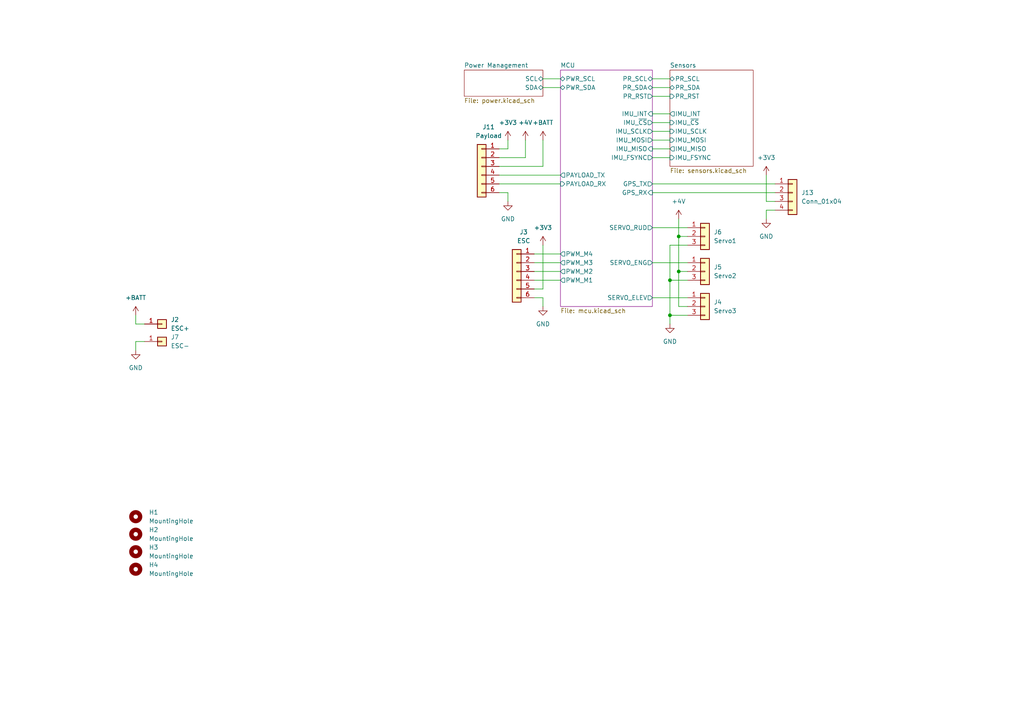
<source format=kicad_sch>
(kicad_sch (version 20210621) (generator eeschema)
  (paper "A4")
  (lib_symbols
    (symbol "Connector_Generic:Conn_01x01" (pin_names (offset 1.016) hide)
      (property "Reference" "J" (at 0 2.54 0))
      (property "Value" "Conn_01x01" (at 0 -2.54 0))
      (symbol "Conn_01x01_1_1"
        (rectangle (start -1.27 0.127) (end 0 -0.127) (stroke (width 0.1524)))
        (rectangle (start -1.27 1.27) (end 1.27 -1.27) (stroke (width 0.254)) (fill (type background)))
        (pin passive line (at -5.08 0 0) (length 3.81) (name "Pin_1") (number "1"))
      )
    )
    (symbol "Connector_Generic:Conn_01x03" (pin_names (offset 1.016) hide)
      (property "Reference" "J" (at 0 5.08 0))
      (property "Value" "Conn_01x03" (at 0 -5.08 0))
      (symbol "Conn_01x03_1_1"
        (rectangle (start -1.27 -2.413) (end 0 -2.667) (stroke (width 0.1524)))
        (rectangle (start -1.27 0.127) (end 0 -0.127) (stroke (width 0.1524)))
        (rectangle (start -1.27 2.667) (end 0 2.413) (stroke (width 0.1524)))
        (rectangle (start -1.27 3.81) (end 1.27 -3.81) (stroke (width 0.254)) (fill (type background)))
        (pin passive line (at -5.08 2.54 0) (length 3.81) (name "Pin_1") (number "1"))
        (pin passive line (at -5.08 0 0) (length 3.81) (name "Pin_2") (number "2"))
        (pin passive line (at -5.08 -2.54 0) (length 3.81) (name "Pin_3") (number "3"))
      )
    )
    (symbol "Connector_Generic:Conn_01x04" (pin_names (offset 1.016) hide)
      (property "Reference" "J" (at 0 5.08 0))
      (property "Value" "Conn_01x04" (at 0 -7.62 0))
      (symbol "Conn_01x04_1_1"
        (rectangle (start -1.27 -4.953) (end 0 -5.207) (stroke (width 0.1524)))
        (rectangle (start -1.27 -2.413) (end 0 -2.667) (stroke (width 0.1524)))
        (rectangle (start -1.27 0.127) (end 0 -0.127) (stroke (width 0.1524)))
        (rectangle (start -1.27 2.667) (end 0 2.413) (stroke (width 0.1524)))
        (rectangle (start -1.27 3.81) (end 1.27 -6.35) (stroke (width 0.254)) (fill (type background)))
        (pin passive line (at -5.08 2.54 0) (length 3.81) (name "Pin_1") (number "1"))
        (pin passive line (at -5.08 0 0) (length 3.81) (name "Pin_2") (number "2"))
        (pin passive line (at -5.08 -2.54 0) (length 3.81) (name "Pin_3") (number "3"))
        (pin passive line (at -5.08 -5.08 0) (length 3.81) (name "Pin_4") (number "4"))
      )
    )
    (symbol "Connector_Generic:Conn_01x06" (pin_names (offset 1.016) hide)
      (property "Reference" "J" (at 0 7.62 0))
      (property "Value" "Conn_01x06" (at 0 -10.16 0))
      (symbol "Conn_01x06_1_1"
        (rectangle (start -1.27 -7.493) (end 0 -7.747) (stroke (width 0.1524)))
        (rectangle (start -1.27 -4.953) (end 0 -5.207) (stroke (width 0.1524)))
        (rectangle (start -1.27 -2.413) (end 0 -2.667) (stroke (width 0.1524)))
        (rectangle (start -1.27 0.127) (end 0 -0.127) (stroke (width 0.1524)))
        (rectangle (start -1.27 2.667) (end 0 2.413) (stroke (width 0.1524)))
        (rectangle (start -1.27 5.207) (end 0 4.953) (stroke (width 0.1524)))
        (rectangle (start -1.27 6.35) (end 1.27 -8.89) (stroke (width 0.254)) (fill (type background)))
        (pin passive line (at -5.08 5.08 0) (length 3.81) (name "Pin_1") (number "1"))
        (pin passive line (at -5.08 2.54 0) (length 3.81) (name "Pin_2") (number "2"))
        (pin passive line (at -5.08 0 0) (length 3.81) (name "Pin_3") (number "3"))
        (pin passive line (at -5.08 -2.54 0) (length 3.81) (name "Pin_4") (number "4"))
        (pin passive line (at -5.08 -5.08 0) (length 3.81) (name "Pin_5") (number "5"))
        (pin passive line (at -5.08 -7.62 0) (length 3.81) (name "Pin_6") (number "6"))
      )
    )
    (symbol "Mechanical:MountingHole" (pin_names (offset 1.016))
      (property "Reference" "H" (at 0 5.08 0))
      (property "Value" "MountingHole" (at 0 3.175 0))
      (symbol "MountingHole_0_1"
        (circle (center 0 0) (radius 1.27) (stroke (width 1.27)))
      )
    )
    (symbol "power:+3.3V" (power) (pin_names (offset 0))
      (property "Value" "+3.3V" (at 0 3.556 0))
      (symbol "+3.3V_0_1"
        (polyline (pts (xy -0.762 1.27) (xy 0 2.54)))
        (polyline (pts (xy 0 0) (xy 0 2.54)))
        (polyline (pts (xy 0 2.54) (xy 0.762 1.27)))
      )
      (symbol "+3.3V_1_1"
        (pin power_in line (at 0 0 90) (length 0) hide (name "+3V3") (number "1"))
      )
    )
    (symbol "power:+4V" (power) (pin_names (offset 0))
      (property "Value" "+4V" (at 0 3.556 0))
      (symbol "+4V_0_1"
        (polyline (pts (xy -0.762 1.27) (xy 0 2.54)))
        (polyline (pts (xy 0 0) (xy 0 2.54)))
        (polyline (pts (xy 0 2.54) (xy 0.762 1.27)))
      )
      (symbol "+4V_1_1"
        (pin power_in line (at 0 0 90) (length 0) hide (name "+4V") (number "1"))
      )
    )
    (symbol "power:+BATT" (power) (pin_names (offset 0))
      (property "Value" "+BATT" (at 0 3.556 0))
      (symbol "+BATT_0_1"
        (polyline (pts (xy -0.762 1.27) (xy 0 2.54)))
        (polyline (pts (xy 0 0) (xy 0 2.54)))
        (polyline (pts (xy 0 2.54) (xy 0.762 1.27)))
      )
      (symbol "+BATT_1_1"
        (pin power_in line (at 0 0 90) (length 0) hide (name "+BATT") (number "1"))
      )
    )
    (symbol "power:GND" (power) (pin_names (offset 0))
      (property "Value" "GND" (at 0 -3.81 0))
      (symbol "GND_0_1"
        (polyline (pts (xy 0 0) (xy 0 -1.27) (xy 1.27 -1.27) (xy 0 -2.54) (xy -1.27 -1.27) (xy 0 -1.27)))
      )
      (symbol "GND_1_1"
        (pin power_in line (at 0 0 270) (length 0) hide (name "GND") (number "1"))
      )
    )
  )
  (junction (at 194.31 81.28) (diameter 0.9144))
  (junction (at 194.31 91.44) (diameter 0.9144))
  (junction (at 196.85 68.58) (diameter 0.9144))
  (junction (at 196.85 78.74) (diameter 0.9144))
  (wire (pts (xy 39.37 93.98) (xy 39.37 91.44)))
  (wire (pts (xy 39.37 99.06) (xy 39.37 101.6)))
  (wire (pts (xy 41.91 93.98) (xy 39.37 93.98)))
  (wire (pts (xy 41.91 99.06) (xy 39.37 99.06)))
  (wire (pts (xy 144.78 43.18) (xy 147.32 43.18)))
  (wire (pts (xy 144.78 45.72) (xy 152.4 45.72)))
  (wire (pts (xy 144.78 48.26) (xy 157.48 48.26)))
  (wire (pts (xy 144.78 50.8) (xy 162.56 50.8)))
  (wire (pts (xy 144.78 53.34) (xy 162.56 53.34)))
  (wire (pts (xy 144.78 55.88) (xy 147.32 55.88)))
  (wire (pts (xy 147.32 40.64) (xy 147.32 43.18)))
  (wire (pts (xy 147.32 55.88) (xy 147.32 58.42)))
  (wire (pts (xy 152.4 45.72) (xy 152.4 40.64)))
  (wire (pts (xy 154.94 73.66) (xy 162.56 73.66)))
  (wire (pts (xy 154.94 76.2) (xy 162.56 76.2)))
  (wire (pts (xy 154.94 78.74) (xy 162.56 78.74)))
  (wire (pts (xy 154.94 81.28) (xy 162.56 81.28)))
  (wire (pts (xy 157.48 22.86) (xy 162.56 22.86)))
  (wire (pts (xy 157.48 25.4) (xy 162.56 25.4)))
  (wire (pts (xy 157.48 48.26) (xy 157.48 40.64)))
  (wire (pts (xy 157.48 71.12) (xy 157.48 83.82)))
  (wire (pts (xy 157.48 83.82) (xy 154.94 83.82)))
  (wire (pts (xy 157.48 86.36) (xy 154.94 86.36)))
  (wire (pts (xy 157.48 88.9) (xy 157.48 86.36)))
  (wire (pts (xy 189.23 22.86) (xy 194.31 22.86)))
  (wire (pts (xy 189.23 25.4) (xy 194.31 25.4)))
  (wire (pts (xy 189.23 27.94) (xy 194.31 27.94)))
  (wire (pts (xy 189.23 33.02) (xy 194.31 33.02)))
  (wire (pts (xy 189.23 35.56) (xy 194.31 35.56)))
  (wire (pts (xy 189.23 38.1) (xy 194.31 38.1)))
  (wire (pts (xy 189.23 40.64) (xy 194.31 40.64)))
  (wire (pts (xy 189.23 43.18) (xy 194.31 43.18)))
  (wire (pts (xy 189.23 45.72) (xy 194.31 45.72)))
  (wire (pts (xy 189.23 53.34) (xy 224.79 53.34)))
  (wire (pts (xy 189.23 55.88) (xy 224.79 55.88)))
  (wire (pts (xy 189.23 66.04) (xy 199.39 66.04)))
  (wire (pts (xy 189.23 76.2) (xy 199.39 76.2)))
  (wire (pts (xy 189.23 86.36) (xy 199.39 86.36)))
  (wire (pts (xy 194.31 71.12) (xy 199.39 71.12)))
  (wire (pts (xy 194.31 81.28) (xy 194.31 71.12)))
  (wire (pts (xy 194.31 81.28) (xy 199.39 81.28)))
  (wire (pts (xy 194.31 91.44) (xy 194.31 81.28)))
  (wire (pts (xy 194.31 91.44) (xy 199.39 91.44)))
  (wire (pts (xy 194.31 93.98) (xy 194.31 91.44)))
  (wire (pts (xy 196.85 63.5) (xy 196.85 68.58)))
  (wire (pts (xy 196.85 68.58) (xy 196.85 78.74)))
  (wire (pts (xy 196.85 68.58) (xy 199.39 68.58)))
  (wire (pts (xy 196.85 78.74) (xy 196.85 88.9)))
  (wire (pts (xy 196.85 78.74) (xy 199.39 78.74)))
  (wire (pts (xy 196.85 88.9) (xy 199.39 88.9)))
  (wire (pts (xy 222.25 50.8) (xy 222.25 58.42)))
  (wire (pts (xy 222.25 58.42) (xy 224.79 58.42)))
  (wire (pts (xy 222.25 60.96) (xy 222.25 63.5)))
  (wire (pts (xy 224.79 60.96) (xy 222.25 60.96)))
  (symbol (lib_id "power:+BATT") (at 39.37 91.44 0) (unit 1)
    (property "Reference" "#PWR0104" (effects hide))
    (property "Value" "+BATT" (at 39.37 86.36 0))
  )
  (symbol (lib_id "power:+3.3V") (at 147.32 40.64 0) (unit 1)
    (property "Reference" "#PWR0143" (effects hide))
    (property "Value" "+3.3V" (at 147.32 35.56 0))
  )
  (symbol (lib_id "power:+4V") (at 152.4 40.64 0) (unit 1)
    (property "Reference" "#PWR0144" (effects hide))
    (property "Value" "+4V" (at 152.4 35.56 0))
  )
  (symbol (lib_id "power:+BATT") (at 157.48 40.64 0) (unit 1)
    (property "Reference" "#PWR0145" (effects hide))
    (property "Value" "+BATT" (at 157.48 35.56 0))
  )
  (symbol (lib_id "power:+3.3V") (at 157.48 71.12 0) (unit 1)
    (property "Reference" "#PWR014" (effects hide))
    (property "Value" "+3.3V" (at 157.48 66.04 0))
  )
  (symbol (lib_id "power:+4V") (at 196.85 63.5 0) (unit 1)
    (property "Reference" "#PWR017" (effects hide))
    (property "Value" "+4V" (at 196.85 58.42 0))
  )
  (symbol (lib_id "power:+3.3V") (at 222.25 50.8 0) (unit 1)
    (property "Reference" "#PWR0151" (effects hide))
    (property "Value" "+3.3V" (at 222.25 45.72 0))
  )
  (symbol (lib_id "power:GND") (at 39.37 101.6 0) (unit 1)
    (property "Reference" "#PWR0103" (effects hide))
    (property "Value" "GND" (at 39.37 106.68 0))
  )
  (symbol (lib_id "power:GND") (at 147.32 58.42 0) (unit 1)
    (property "Reference" "#PWR0142" (effects hide))
    (property "Value" "GND" (at 147.32 63.5 0))
  )
  (symbol (lib_id "power:GND") (at 157.48 88.9 0) (unit 1)
    (property "Reference" "#PWR015" (effects hide))
    (property "Value" "GND" (at 157.48 93.98 0))
  )
  (symbol (lib_id "power:GND") (at 194.31 93.98 0) (unit 1)
    (property "Reference" "#PWR016" (effects hide))
    (property "Value" "GND" (at 194.31 99.06 0))
  )
  (symbol (lib_id "power:GND") (at 222.25 63.5 0) (unit 1)
    (property "Reference" "#PWR0150" (effects hide))
    (property "Value" "GND" (at 222.25 68.58 0))
  )
  (symbol (lib_id "Mechanical:MountingHole") (at 39.37 149.86 0) (unit 1)
    (property "Reference" "H1" (at 43.18 148.5899 0) (effects (justify left)))
    (property "Value" "MountingHole" (at 43.18 151.1299 0) (effects (justify left)))
    (property "Footprint" "MountingHole:MountingHole_3.2mm_M3_ISO7380" (effects hide))
  )
  (symbol (lib_id "Mechanical:MountingHole") (at 39.37 154.94 0) (unit 1)
    (property "Reference" "H2" (at 43.18 153.6699 0) (effects (justify left)))
    (property "Value" "MountingHole" (at 43.18 156.2099 0) (effects (justify left)))
    (property "Footprint" "MountingHole:MountingHole_3.2mm_M3_ISO7380" (effects hide))
  )
  (symbol (lib_id "Mechanical:MountingHole") (at 39.37 160.02 0) (unit 1)
    (property "Reference" "H3" (at 43.18 158.7499 0) (effects (justify left)))
    (property "Value" "MountingHole" (at 43.18 161.2899 0) (effects (justify left)))
    (property "Footprint" "MountingHole:MountingHole_3.2mm_M3_ISO7380" (effects hide))
  )
  (symbol (lib_id "Mechanical:MountingHole") (at 39.37 165.1 0) (unit 1)
    (property "Reference" "H4" (at 43.18 163.8299 0) (effects (justify left)))
    (property "Value" "MountingHole" (at 43.18 166.3699 0) (effects (justify left)))
    (property "Footprint" "MountingHole:MountingHole_3.2mm_M3_ISO7380" (effects hide))
  )
  (symbol (lib_id "Connector_Generic:Conn_01x01") (at 46.99 93.98 0) (unit 1)
    (property "Reference" "J2" (at 49.53 92.7099 0) (effects (justify left)))
    (property "Value" "ESC+" (at 49.53 95.2499 0) (effects (justify left)))
    (property "Footprint" "TestPoint:TestPoint_Pad_4.0x4.0mm" (effects hide))
  )
  (symbol (lib_id "Connector_Generic:Conn_01x01") (at 46.99 99.06 0) (unit 1)
    (property "Reference" "J7" (at 49.53 97.7899 0) (effects (justify left)))
    (property "Value" "ESC-" (at 49.53 100.3299 0) (effects (justify left)))
    (property "Footprint" "TestPoint:TestPoint_Pad_4.0x4.0mm" (effects hide))
  )
  (symbol (lib_id "Connector_Generic:Conn_01x03") (at 204.47 68.58 0) (unit 1)
    (property "Reference" "J6" (at 207.01 67.3099 0) (effects (justify left)))
    (property "Value" "Servo1" (at 207.01 69.8499 0) (effects (justify left)))
    (property "Footprint" "Connector_Molex:Molex_PicoBlade_53398-0371_1x03-1MP_P1.25mm_Vertical" (effects hide))
    (property "Mouser" "538-53398-0376" (effects hide))
  )
  (symbol (lib_id "Connector_Generic:Conn_01x03") (at 204.47 78.74 0) (unit 1)
    (property "Reference" "J5" (at 207.01 77.4699 0) (effects (justify left)))
    (property "Value" "Servo2" (at 207.01 80.0099 0) (effects (justify left)))
    (property "Footprint" "Connector_Molex:Molex_PicoBlade_53398-0371_1x03-1MP_P1.25mm_Vertical" (effects hide))
    (property "Mouser" "538-53398-0376" (effects hide))
  )
  (symbol (lib_id "Connector_Generic:Conn_01x03") (at 204.47 88.9 0) (unit 1)
    (property "Reference" "J4" (at 207.01 87.6299 0) (effects (justify left)))
    (property "Value" "Servo3" (at 207.01 90.1699 0) (effects (justify left)))
    (property "Footprint" "Connector_Molex:Molex_PicoBlade_53398-0371_1x03-1MP_P1.25mm_Vertical" (effects hide))
    (property "Mouser" "538-53398-0376" (effects hide))
  )
  (symbol (lib_id "Connector_Generic:Conn_01x04") (at 229.87 55.88 0) (unit 1)
    (property "Reference" "J13" (at 232.41 55.8799 0) (effects (justify left)))
    (property "Value" "Conn_01x04" (at 232.41 58.4199 0) (effects (justify left)))
    (property "Footprint" "Connector_Molex:Molex_PicoBlade_53398-0471_1x04-1MP_P1.25mm_Vertical" (effects hide))
  )
  (symbol (lib_id "Connector_Generic:Conn_01x06") (at 139.7 48.26 0) (mirror y) (unit 1)
    (property "Reference" "J11" (at 141.732 36.83 0))
    (property "Value" "Payload" (at 141.732 39.37 0))
    (property "Footprint" "Connector_JST:JST_SH_SM06B-SRSS-TB_1x06-1MP_P1.00mm_Horizontal" (effects hide))
    (property "Digikey" "455-1806-1-ND" (effects hide))
    (property "Mouser" "474-PRT-10210" (effects hide))
  )
  (symbol (lib_id "Connector_Generic:Conn_01x06") (at 149.86 78.74 0) (mirror y) (unit 1)
    (property "Reference" "J3" (at 151.892 67.31 0))
    (property "Value" "ESC" (at 151.892 69.85 0))
    (property "Footprint" "Connector_JST:JST_SH_SM06B-SRSS-TB_1x06-1MP_P1.00mm_Horizontal" (effects hide))
    (property "Digikey" "455-1806-1-ND" (effects hide))
    (property "Mouser" "474-PRT-10210" (effects hide))
  )
  (sheet (at 162.56 20.32) (size 26.67 68.58) (stroke (width 0.0006) (color 132 0 132 1)) (fill (color 255 255 255 0.0000))
    (property "Schaltplanname" "MCU" (at 162.56 19.6843 0) (effects (justify left bottom)))
    (property "Dateiname Blatt" "mcu.kicad_sch" (at 162.56 89.4087 0) (effects (justify left top)))
    (pin "PR_SCL" bidirectional (at 189.23 22.86 0))
    (pin "PR_SDA" bidirectional (at 189.23 25.4 0))
    (pin "PR_RST" output (at 189.23 27.94 0))
    (pin "IMU_SCLK" output (at 189.23 38.1 0))
    (pin "IMU_MOSI" output (at 189.23 40.64 0))
    (pin "IMU_MISO" input (at 189.23 43.18 0))
    (pin "IMU_FSYNC" output (at 189.23 45.72 0))
    (pin "IMU_INT" input (at 189.23 33.02 0))
    (pin "IMU_~{CS}" output (at 189.23 35.56 0))
    (pin "PWR_SCL" bidirectional (at 162.56 22.86 180))
    (pin "PWR_SDA" bidirectional (at 162.56 25.4 180))
    (pin "SERVO_RUD" output (at 189.23 66.04 0))
    (pin "SERVO_ENG" output (at 189.23 76.2 0))
    (pin "SERVO_ELEV" output (at 189.23 86.36 0))
    (pin "PWM_M1" output (at 162.56 81.28 180))
    (pin "PWM_M2" output (at 162.56 78.74 180))
    (pin "PWM_M3" output (at 162.56 76.2 180))
    (pin "PWM_M4" output (at 162.56 73.66 180))
    (pin "GPS_RX" input (at 189.23 55.88 0))
    (pin "GPS_TX" output (at 189.23 53.34 0))
    (pin "PAYLOAD_TX" output (at 162.56 50.8 180))
    (pin "PAYLOAD_RX" input (at 162.56 53.34 180))
  )
  (sheet (at 134.62 20.32) (size 22.86 7.62) (stroke (width 0.0006))
    (property "Schaltplanname" "Power Management" (at 134.62 19.6843 0) (effects (justify left bottom)))
    (property "Dateiname Blatt" "power.kicad_sch" (at 134.62 28.4487 0) (effects (justify left top)))
    (pin "SCL" bidirectional (at 157.48 22.86 0))
    (pin "SDA" bidirectional (at 157.48 25.4 0))
  )
  (sheet (at 194.31 20.32) (size 24.13 27.94) (stroke (width 0.0006))
    (property "Schaltplanname" "Sensors" (at 194.31 19.6843 0) (effects (justify left bottom)))
    (property "Dateiname Blatt" "sensors.kicad_sch" (at 194.31 48.7687 0) (effects (justify left top)))
    (pin "PR_SCL" bidirectional (at 194.31 22.86 180))
    (pin "PR_SDA" bidirectional (at 194.31 25.4 180))
    (pin "PR_RST" input (at 194.31 27.94 180))
    (pin "IMU_INT" output (at 194.31 33.02 180))
    (pin "IMU_~{CS}" input (at 194.31 35.56 180))
    (pin "IMU_MOSI" input (at 194.31 40.64 180))
    (pin "IMU_MISO" output (at 194.31 43.18 180))
    (pin "IMU_SCLK" input (at 194.31 38.1 180))
    (pin "IMU_FSYNC" input (at 194.31 45.72 180))
  )
)
</source>
